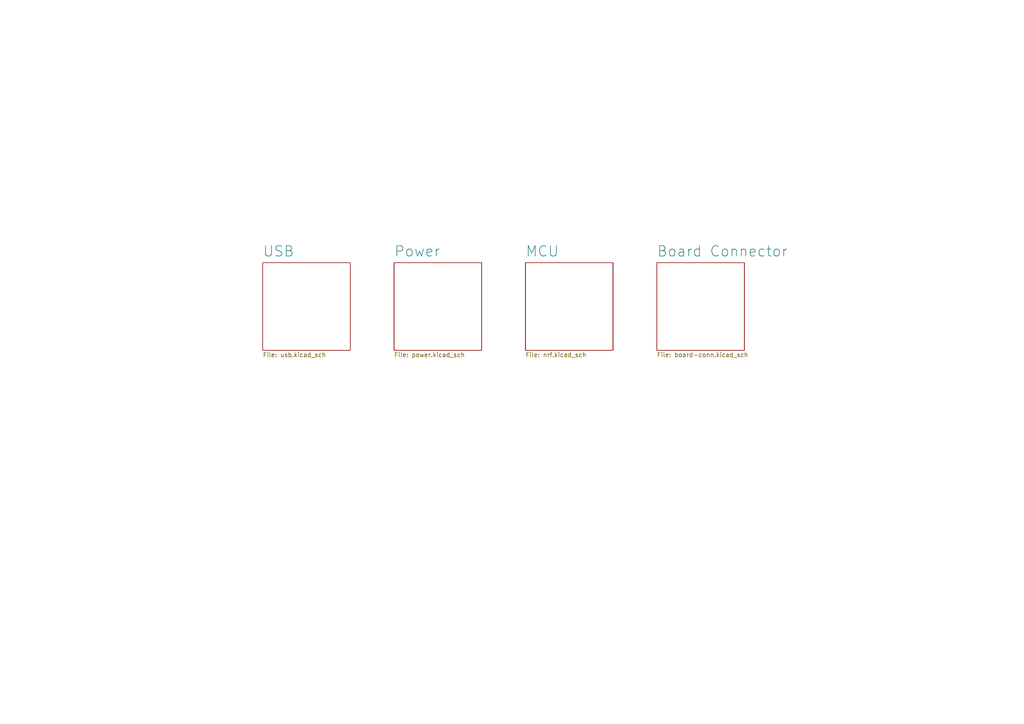
<source format=kicad_sch>
(kicad_sch (version 20230121) (generator eeschema)
  (paper "A4")
  (title_block (title "DreamSteck") (rev "A"))
  (lib_symbols)
  (sheet (at 152.4 76.2) (size 25.4 25.4) (stroke (width 0.1524))
    (property "Sheetname" "MCU" (at 152.4 74.6234 0) (effects (font (size 3 3)) (justify left bottom)))
    (property "Sheetfile" "nrf.kicad_sch" (at 152.4 102.1846 0) (effects (justify left top)))
  )
  (sheet (at 190.5 76.2) (size 25.4 25.4) (stroke (width 0.1524))
    (property "Sheetname" "Board Connector" (at 190.5 74.6234 0) (effects (font (size 3 3)) (justify left bottom)))
    (property "Sheetfile" "board-conn.kicad_sch" (at 190.5 102.1846 0) (effects (justify left top)))
  )
  (sheet (at 76.2 76.2) (size 25.4 25.4) (stroke (width 0.1524))
    (property "Sheetname" "USB" (at 76.2 74.6234 0) (effects (font (size 3 3)) (justify left bottom)))
    (property "Sheetfile" "usb.kicad_sch" (at 76.2 102.1846 0) (effects (justify left top)))
  )
  (sheet (at 114.3 76.2) (size 25.4 25.4) (stroke (width 0.1524))
    (property "Sheetname" "Power" (at 114.3 74.6234 0) (effects (font (size 3 3)) (justify left bottom)))
    (property "Sheetfile" "power.kicad_sch" (at 114.3 102.1846 0) (effects (justify left top)))
  )
)
</source>
